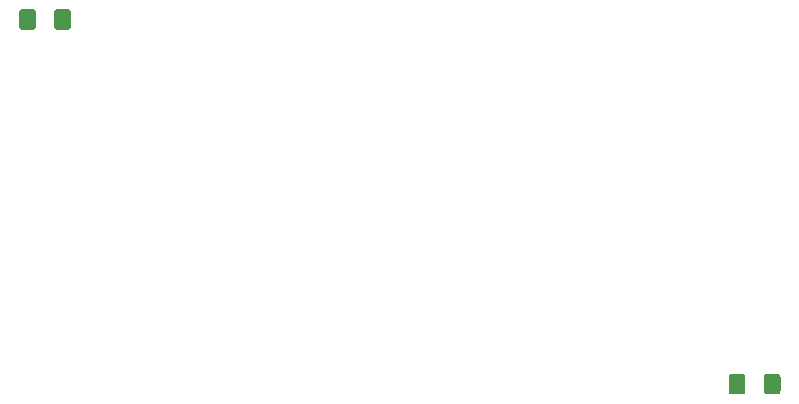
<source format=gbr>
G04 #@! TF.GenerationSoftware,KiCad,Pcbnew,(5.1.6-0-10_14)*
G04 #@! TF.CreationDate,2021-01-14T01:33:30+01:00*
G04 #@! TF.ProjectId,proc_board,70726f63-5f62-46f6-9172-642e6b696361,rev?*
G04 #@! TF.SameCoordinates,Original*
G04 #@! TF.FileFunction,Paste,Bot*
G04 #@! TF.FilePolarity,Positive*
%FSLAX46Y46*%
G04 Gerber Fmt 4.6, Leading zero omitted, Abs format (unit mm)*
G04 Created by KiCad (PCBNEW (5.1.6-0-10_14)) date 2021-01-14 01:33:30*
%MOMM*%
%LPD*%
G01*
G04 APERTURE LIST*
G04 APERTURE END LIST*
G04 #@! TO.C,C5*
G36*
G01*
X4204000Y52842000D02*
X4204000Y54092000D01*
G75*
G02*
X4454000Y54342000I250000J0D01*
G01*
X5379000Y54342000D01*
G75*
G02*
X5629000Y54092000I0J-250000D01*
G01*
X5629000Y52842000D01*
G75*
G02*
X5379000Y52592000I-250000J0D01*
G01*
X4454000Y52592000D01*
G75*
G02*
X4204000Y52842000I0J250000D01*
G01*
G37*
G36*
G01*
X1229000Y52842000D02*
X1229000Y54092000D01*
G75*
G02*
X1479000Y54342000I250000J0D01*
G01*
X2404000Y54342000D01*
G75*
G02*
X2654000Y54092000I0J-250000D01*
G01*
X2654000Y52842000D01*
G75*
G02*
X2404000Y52592000I-250000J0D01*
G01*
X1479000Y52592000D01*
G75*
G02*
X1229000Y52842000I0J250000D01*
G01*
G37*
G04 #@! TD*
G04 #@! TO.C,C3*
G36*
G01*
X62725000Y23231000D02*
X62725000Y21981000D01*
G75*
G02*
X62475000Y21731000I-250000J0D01*
G01*
X61550000Y21731000D01*
G75*
G02*
X61300000Y21981000I0J250000D01*
G01*
X61300000Y23231000D01*
G75*
G02*
X61550000Y23481000I250000J0D01*
G01*
X62475000Y23481000D01*
G75*
G02*
X62725000Y23231000I0J-250000D01*
G01*
G37*
G36*
G01*
X65700000Y23231000D02*
X65700000Y21981000D01*
G75*
G02*
X65450000Y21731000I-250000J0D01*
G01*
X64525000Y21731000D01*
G75*
G02*
X64275000Y21981000I0J250000D01*
G01*
X64275000Y23231000D01*
G75*
G02*
X64525000Y23481000I250000J0D01*
G01*
X65450000Y23481000D01*
G75*
G02*
X65700000Y23231000I0J-250000D01*
G01*
G37*
G04 #@! TD*
M02*

</source>
